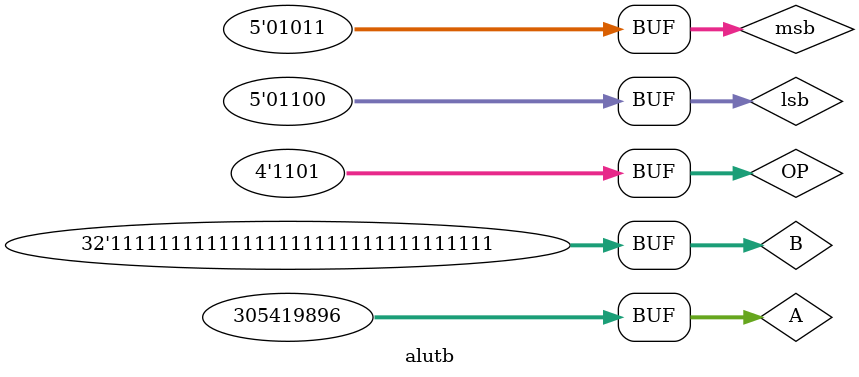
<source format=v>
`timescale 1ns / 1ps


module alutb;

	// Inputs
	reg [31:0] A;
	reg [31:0] B;
	reg [4:0] msb;
	reg [4:0] lsb;
	reg [3:0] OP;

	// Outputs
	wire [31:0] Out;

	// Instantiate the Unit Under Test (UUT)
	ALU uut (
		.A(A), 
		.B(B),
		.msb(msb),
		.lsb(lsb),
		.Out(Out), 
		.OP(OP)
	);

	initial begin
		// Initialize Inputs
		A = 32'h12345678;
		B = 32'hffffffff;
		OP = 13;
		msb = 3;
		lsb = 0;
		// Wait 100 ns for global reset to finish
		#100;
      OP = 13;
		msb = 11;
		lsb = 12;
		// Wait 100 ns for global reset to finish
		#100;  
		// Add stimulus here

	end
      
endmodule


</source>
